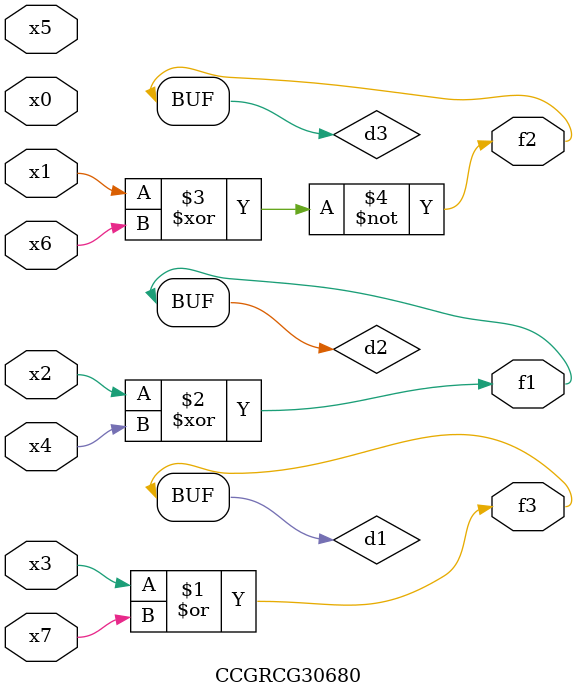
<source format=v>
module CCGRCG30680(
	input x0, x1, x2, x3, x4, x5, x6, x7,
	output f1, f2, f3
);

	wire d1, d2, d3;

	or (d1, x3, x7);
	xor (d2, x2, x4);
	xnor (d3, x1, x6);
	assign f1 = d2;
	assign f2 = d3;
	assign f3 = d1;
endmodule

</source>
